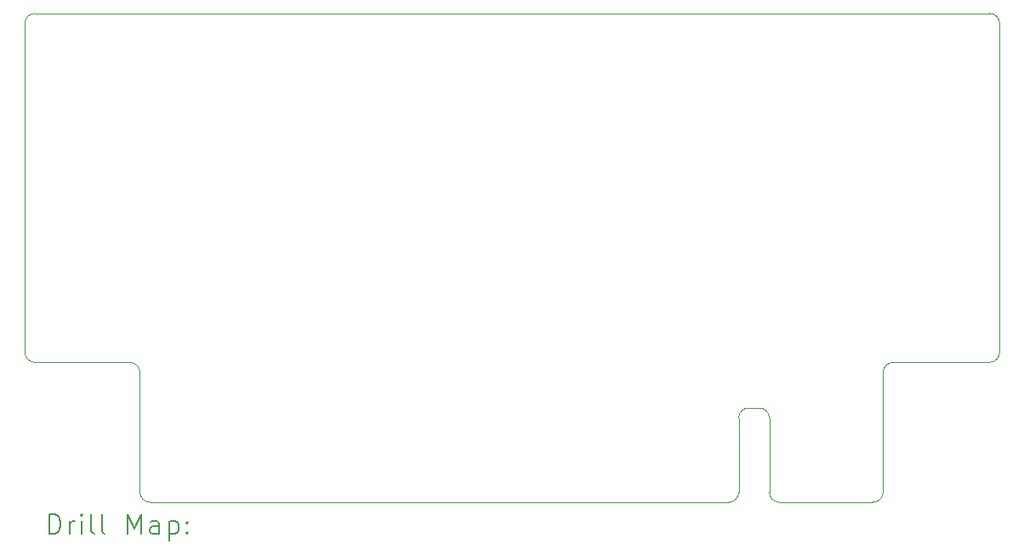
<source format=gbr>
%TF.GenerationSoftware,KiCad,Pcbnew,7.0.1*%
%TF.CreationDate,2024-02-04T01:39:44+03:00*%
%TF.ProjectId,DeltaS48k-convertor,44656c74-6153-4343-986b-2d636f6e7665,rev?*%
%TF.SameCoordinates,Original*%
%TF.FileFunction,Drillmap*%
%TF.FilePolarity,Positive*%
%FSLAX45Y45*%
G04 Gerber Fmt 4.5, Leading zero omitted, Abs format (unit mm)*
G04 Created by KiCad (PCBNEW 7.0.1) date 2024-02-04 01:39:44*
%MOMM*%
%LPD*%
G01*
G04 APERTURE LIST*
%ADD10C,0.100000*%
%ADD11C,0.200000*%
G04 APERTURE END LIST*
D10*
X17544798Y-3600202D02*
G75*
G03*
X17444802Y-3500202I-99998J2D01*
G01*
X7942002Y-3500202D02*
G75*
G03*
X7842002Y-3600202I-2J-99998D01*
G01*
X7841999Y-6876151D02*
G75*
G03*
X7942002Y-6976151I100001J1D01*
G01*
X17444802Y-6976152D02*
G75*
G03*
X17544802Y-6876151I-2J100002D01*
G01*
X8986299Y-7076151D02*
G75*
G03*
X8886300Y-6976151I-99999J1D01*
G01*
X16285100Y-8369300D02*
G75*
G03*
X16385100Y-8269300I0J100000D01*
G01*
X16485100Y-6976150D02*
G75*
G03*
X16385100Y-7076151I0J-100000D01*
G01*
X14847900Y-8369300D02*
G75*
G03*
X14947900Y-8269300I0J100000D01*
G01*
X8986300Y-8269300D02*
G75*
G03*
X9086300Y-8369300I100000J0D01*
G01*
X15047900Y-7429500D02*
G75*
G03*
X14947900Y-7529500I0J-100000D01*
G01*
X15252700Y-8269300D02*
G75*
G03*
X15352700Y-8369300I100000J0D01*
G01*
X15252700Y-7529500D02*
G75*
G03*
X15152700Y-7429500I-100000J0D01*
G01*
X8986300Y-8269300D02*
X8986300Y-7076151D01*
X16385100Y-8269300D02*
X16385100Y-7076151D01*
X17444802Y-3500202D02*
X7942002Y-3500202D01*
X7842002Y-3600202D02*
X7842002Y-6876151D01*
X15352700Y-8369300D02*
X16285100Y-8369300D01*
X7942002Y-6976151D02*
X8886300Y-6976151D01*
X14947900Y-8269300D02*
X14947900Y-7529500D01*
X15252700Y-7529500D02*
X15252700Y-8269300D01*
X16485100Y-6976151D02*
X17444802Y-6976151D01*
X17544802Y-6876151D02*
X17544802Y-3600202D01*
X9086300Y-8369300D02*
X14847900Y-8369300D01*
X15047900Y-7429500D02*
X15152700Y-7429500D01*
D11*
X8084621Y-8686824D02*
X8084621Y-8486824D01*
X8084621Y-8486824D02*
X8132240Y-8486824D01*
X8132240Y-8486824D02*
X8160811Y-8496348D01*
X8160811Y-8496348D02*
X8179859Y-8515395D01*
X8179859Y-8515395D02*
X8189383Y-8534443D01*
X8189383Y-8534443D02*
X8198907Y-8572538D01*
X8198907Y-8572538D02*
X8198907Y-8601110D01*
X8198907Y-8601110D02*
X8189383Y-8639205D01*
X8189383Y-8639205D02*
X8179859Y-8658252D01*
X8179859Y-8658252D02*
X8160811Y-8677300D01*
X8160811Y-8677300D02*
X8132240Y-8686824D01*
X8132240Y-8686824D02*
X8084621Y-8686824D01*
X8284621Y-8686824D02*
X8284621Y-8553490D01*
X8284621Y-8591586D02*
X8294145Y-8572538D01*
X8294145Y-8572538D02*
X8303669Y-8563014D01*
X8303669Y-8563014D02*
X8322716Y-8553490D01*
X8322716Y-8553490D02*
X8341764Y-8553490D01*
X8408431Y-8686824D02*
X8408431Y-8553490D01*
X8408431Y-8486824D02*
X8398907Y-8496348D01*
X8398907Y-8496348D02*
X8408431Y-8505871D01*
X8408431Y-8505871D02*
X8417954Y-8496348D01*
X8417954Y-8496348D02*
X8408431Y-8486824D01*
X8408431Y-8486824D02*
X8408431Y-8505871D01*
X8532240Y-8686824D02*
X8513192Y-8677300D01*
X8513192Y-8677300D02*
X8503669Y-8658252D01*
X8503669Y-8658252D02*
X8503669Y-8486824D01*
X8637002Y-8686824D02*
X8617954Y-8677300D01*
X8617954Y-8677300D02*
X8608431Y-8658252D01*
X8608431Y-8658252D02*
X8608431Y-8486824D01*
X8865573Y-8686824D02*
X8865573Y-8486824D01*
X8865573Y-8486824D02*
X8932240Y-8629681D01*
X8932240Y-8629681D02*
X8998907Y-8486824D01*
X8998907Y-8486824D02*
X8998907Y-8686824D01*
X9179859Y-8686824D02*
X9179859Y-8582062D01*
X9179859Y-8582062D02*
X9170335Y-8563014D01*
X9170335Y-8563014D02*
X9151288Y-8553490D01*
X9151288Y-8553490D02*
X9113192Y-8553490D01*
X9113192Y-8553490D02*
X9094145Y-8563014D01*
X9179859Y-8677300D02*
X9160812Y-8686824D01*
X9160812Y-8686824D02*
X9113192Y-8686824D01*
X9113192Y-8686824D02*
X9094145Y-8677300D01*
X9094145Y-8677300D02*
X9084621Y-8658252D01*
X9084621Y-8658252D02*
X9084621Y-8639205D01*
X9084621Y-8639205D02*
X9094145Y-8620157D01*
X9094145Y-8620157D02*
X9113192Y-8610633D01*
X9113192Y-8610633D02*
X9160812Y-8610633D01*
X9160812Y-8610633D02*
X9179859Y-8601110D01*
X9275097Y-8553490D02*
X9275097Y-8753490D01*
X9275097Y-8563014D02*
X9294145Y-8553490D01*
X9294145Y-8553490D02*
X9332240Y-8553490D01*
X9332240Y-8553490D02*
X9351288Y-8563014D01*
X9351288Y-8563014D02*
X9360812Y-8572538D01*
X9360812Y-8572538D02*
X9370335Y-8591586D01*
X9370335Y-8591586D02*
X9370335Y-8648729D01*
X9370335Y-8648729D02*
X9360812Y-8667776D01*
X9360812Y-8667776D02*
X9351288Y-8677300D01*
X9351288Y-8677300D02*
X9332240Y-8686824D01*
X9332240Y-8686824D02*
X9294145Y-8686824D01*
X9294145Y-8686824D02*
X9275097Y-8677300D01*
X9456050Y-8667776D02*
X9465573Y-8677300D01*
X9465573Y-8677300D02*
X9456050Y-8686824D01*
X9456050Y-8686824D02*
X9446526Y-8677300D01*
X9446526Y-8677300D02*
X9456050Y-8667776D01*
X9456050Y-8667776D02*
X9456050Y-8686824D01*
X9456050Y-8563014D02*
X9465573Y-8572538D01*
X9465573Y-8572538D02*
X9456050Y-8582062D01*
X9456050Y-8582062D02*
X9446526Y-8572538D01*
X9446526Y-8572538D02*
X9456050Y-8563014D01*
X9456050Y-8563014D02*
X9456050Y-8582062D01*
M02*

</source>
